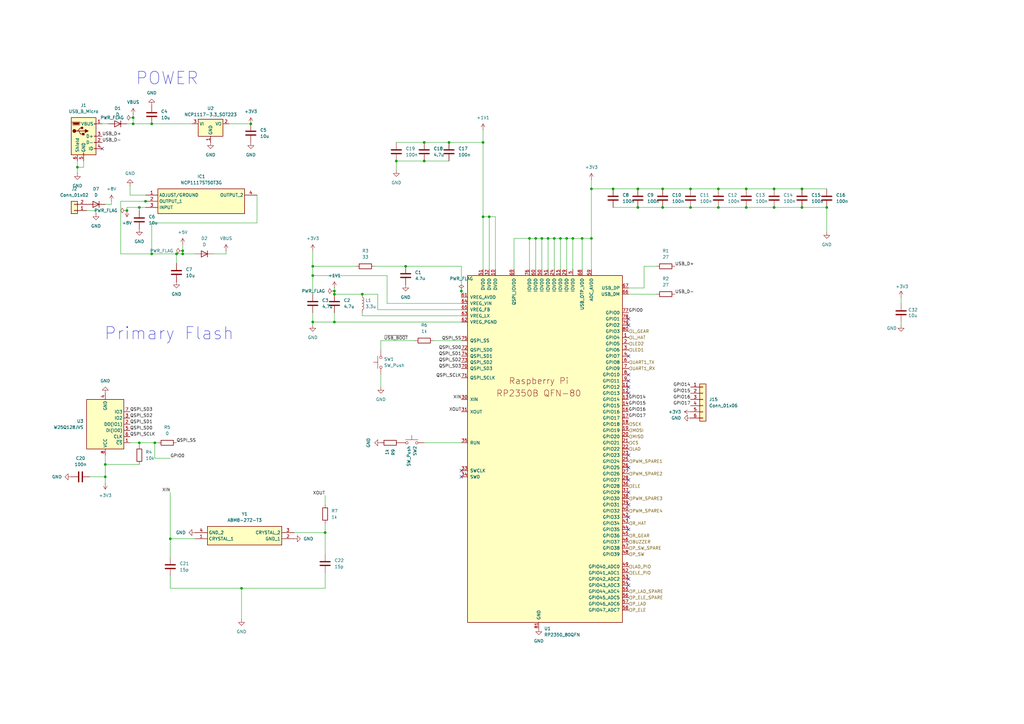
<source format=kicad_sch>
(kicad_sch (version 20231120) (generator "eeschema") (generator_version "8.0")
  (paper "A3")
  (lib_symbols
    (symbol "Connector:USB_B_Micro" (pin_names (offset 1.016))
      (property "Reference" "J" (at -5.08 11.43 0))
      (property "Value" "USB_B_Micro" (at -5.08 8.89 0))
      (symbol "USB_B_Micro_1_1"
        (pin power_out line (at 7.62 5.08 180) (length 2.54) (name "VBUS") (number "1"))
        (pin bidirectional line (at 7.62 -2.54 180) (length 2.54) (name "D-") (number "2"))
        (pin bidirectional line (at 7.62 0 180) (length 2.54) (name "D+") (number "3"))
        (pin passive line (at 7.62 -5.08 180) (length 2.54) (name "ID") (number "4"))
        (pin power_out line (at 0 -10.16 90) (length 2.54) (name "GND") (number "5"))
        (pin passive line (at -2.54 -10.16 90) (length 2.54) (name "Shield") (number "6"))
      )
    )
    (symbol "Connector_Generic:Conn_01x02" (pin_names (offset 1.016) hide)
      (property "Reference" "J" (at 0 2.54 0))
      (property "Value" "Conn_01x02" (at 0 -5.08 0))
      (symbol "Conn_01x02_1_1"
        (pin passive line (at -5.08 0 0) (length 3.81) (name "Pin_1") (number "1"))
        (pin passive line (at -5.08 -2.54 0) (length 3.81) (name "Pin_2") (number "2"))
      )
    )
    (symbol "Connector_Generic:Conn_01x06" (pin_names (offset 1.016) hide)
      (property "Reference" "J" (at 0 7.62 0))
      (property "Value" "Conn_01x06" (at 0 -10.16 0))
      (symbol "Conn_01x06_1_1"
        (pin passive line (at -5.08 5.08 0) (length 3.81) (name "Pin_1") (number "1"))
        (pin passive line (at -5.08 2.54 0) (length 3.81) (name "Pin_2") (number "2"))
        (pin passive line (at -5.08 0 0) (length 3.81) (name "Pin_3") (number "3"))
        (pin passive line (at -5.08 -2.54 0) (length 3.81) (name "Pin_4") (number "4"))
        (pin passive line (at -5.08 -5.08 0) (length 3.81) (name "Pin_5") (number "5"))
        (pin passive line (at -5.08 -7.62 0) (length 3.81) (name "Pin_6") (number "6"))
      )
    )
    (symbol "Device:C" (pin_numbers hide) (pin_names (offset 0.254))
      (property "Reference" "C" (at 0.635 2.54 0))
      (property "Value" "C" (at 0.635 -2.54 0))
      (symbol "C_1_1"
        (pin passive line (at 0 3.81 270) (length 2.794) (name "~") (number "1"))
        (pin passive line (at 0 -3.81 90) (length 2.794) (name "~") (number "2"))
      )
    )
    (symbol "Device:D" (pin_numbers hide) (pin_names (offset 1.016) hide)
      (property "Reference" "D" (at 0 2.54 0))
      (property "Value" "D" (at 0 -2.54 0))
      (symbol "D_1_1"
        (pin passive line (at -3.81 0 0) (length 2.54) (name "K") (number "1"))
        (pin passive line (at 3.81 0 180) (length 2.54) (name "A") (number "2"))
      )
    )
    (symbol "Device:L" (pin_numbers hide) (pin_names (offset 1.016) hide)
      (property "Reference" "L" (at -1.27 0 90))
      (property "Value" "L" (at 1.905 0 90))
      (symbol "L_1_1"
        (pin passive line (at 0 3.81 270) (length 1.27) (name "1") (number "1"))
        (pin passive line (at 0 -3.81 90) (length 1.27) (name "2") (number "2"))
      )
    )
    (symbol "Device:R" (pin_numbers hide) (pin_names (offset 0))
      (property "Reference" "R" (at 2.032 0 90))
      (property "Value" "R" (at 0 0 90))
      (symbol "R_1_1"
        (pin passive line (at 0 3.81 270) (length 1.27) (name "~") (number "1"))
        (pin passive line (at 0 -3.81 90) (length 1.27) (name "~") (number "2"))
      )
    )
    (symbol "MCU_RaspberryPi_RP2350:RP2350_80QFN" (pin_names (offset 1.016))
      (property "Reference" "U" (at -29.21 49.53 0))
      (property "Value" "RP2350_80QFN" (at 25.4 -96.52 0))
      (symbol "RP2350_80QFN_0_0"
        (text "Raspberry Pi" (at 0 5.08 0) (effects (font (size 2.54 2.54))))
      )
      (symbol "RP2350_80QFN_1_0"
        (text "RP2350B QFN-80" (at 0 0 0) (effects (font (size 2.54 2.54))))
      )
      (symbol "RP2350_80QFN_1_1"
        (pin bidirectional line (at 36.83 22.86 180) (length 2.54) (name "GPIO4") (number "1"))
        (pin power_in line (at -17.78 50.8 270) (length 2.54) (name "DVDD") (number "10"))
        (pin bidirectional line (at 36.83 2.54 180) (length 2.54) (name "GPIO12") (number "11"))
        (pin bidirectional line (at 36.83 0 180) (length 2.54) (name "GPIO13") (number "12"))
        (pin bidirectional line (at 36.83 -2.54 180) (length 2.54) (name "GPIO14") (number "13"))
        (pin bidirectional line (at 36.83 -5.08 180) (length 2.54) (name "GPIO15") (number "14"))
        (pin power_in line (at 8.89 50.8 270) (length 2.54) (name "IOVDD") (number "15"))
        (pin bidirectional line (at 36.83 -7.62 180) (length 2.54) (name "GPIO16") (number "16"))
        (pin bidirectional line (at 36.83 -10.16 180) (length 2.54) (name "GPIO17") (number "17"))
        (pin bidirectional line (at 36.83 -12.7 180) (length 2.54) (name "GPIO18") (number "18"))
        (pin bidirectional line (at 36.83 -15.24 180) (length 2.54) (name "GPIO19") (number "19"))
        (pin bidirectional line (at 36.83 20.32 180) (length 2.54) (name "GPIO5") (number "2"))
        (pin bidirectional line (at 36.83 -17.78 180) (length 2.54) (name "GPIO20") (number "20"))
        (pin bidirectional line (at 36.83 -20.32 180) (length 2.54) (name "GPIO21") (number "21"))
        (pin bidirectional line (at 36.83 -22.86 180) (length 2.54) (name "GPIO22") (number "22"))
        (pin bidirectional line (at 36.83 -25.4 180) (length 2.54) (name "GPIO23") (number "23"))
        (pin power_in line (at 6.35 50.8 270) (length 2.54) (name "IOVDD") (number "24"))
        (pin bidirectional line (at 36.83 -27.94 180) (length 2.54) (name "GPIO24") (number "25"))
        (pin bidirectional line (at 36.83 -30.48 180) (length 2.54) (name "GPIO25") (number "26"))
        (pin bidirectional line (at 36.83 -33.02 180) (length 2.54) (name "GPIO26") (number "27"))
        (pin bidirectional line (at 36.83 -35.56 180) (length 2.54) (name "GPIO27") (number "28"))
        (pin power_in line (at 11.43 50.8 270) (length 2.54) (name "IOVDD") (number "29"))
        (pin bidirectional line (at 36.83 17.78 180) (length 2.54) (name "GPIO6") (number "3"))
        (pin input line (at -31.75 -2.54 0) (length 2.54) (name "XIN") (number "30"))
        (pin passive line (at -31.75 -7.62 0) (length 2.54) (name "XOUT") (number "31"))
        (pin power_in line (at -20.32 50.8 270) (length 2.54) (name "DVDD") (number "32"))
        (pin output line (at -31.75 -31.75 0) (length 2.54) (name "SWCLK") (number "33"))
        (pin bidirectional line (at -31.75 -34.29 0) (length 2.54) (name "SWD") (number "34"))
        (pin input line (at -31.75 -20.32 0) (length 2.54) (name "RUN") (number "35"))
        (pin bidirectional line (at 36.83 -38.1 180) (length 2.54) (name "GPIO28") (number "36"))
        (pin bidirectional line (at 36.83 -40.64 180) (length 2.54) (name "GPIO29") (number "37"))
        (pin bidirectional line (at 36.83 -43.18 180) (length 2.54) (name "GPIO30") (number "38"))
        (pin bidirectional line (at 36.83 -45.72 180) (length 2.54) (name "GPIO31") (number "39"))
        (pin bidirectional line (at 36.83 15.24 180) (length 2.54) (name "GPIO7") (number "4"))
        (pin bidirectional line (at 36.83 -48.26 180) (length 2.54) (name "GPIO32") (number "40"))
        (pin power_in line (at 3.81 50.8 270) (length 2.54) (name "IOVDD") (number "41"))
        (pin bidirectional line (at 36.83 -50.8 180) (length 2.54) (name "GPIO33") (number "42"))
        (pin bidirectional line (at 36.83 -53.34 180) (length 2.54) (name "GPIO34") (number "43"))
        (pin bidirectional line (at 36.83 -55.88 180) (length 2.54) (name "GPIO35") (number "44"))
        (pin bidirectional line (at 36.83 -58.42 180) (length 2.54) (name "GPIO36") (number "45"))
        (pin bidirectional line (at 36.83 -60.96 180) (length 2.54) (name "GPIO37") (number "46"))
        (pin bidirectional line (at 36.83 -63.5 180) (length 2.54) (name "GPIO38") (number "47"))
        (pin bidirectional line (at 36.83 -66.04 180) (length 2.54) (name "GPIO39") (number "48"))
        (pin bidirectional line (at 36.83 -71.12 180) (length 2.54) (name "GPIO40_ADC0") (number "49"))
        (pin power_in line (at 13.97 50.8 270) (length 2.54) (name "IOVDD") (number "5"))
        (pin power_in line (at 1.27 50.8 270) (length 2.54) (name "IOVDD") (number "50"))
        (pin power_in line (at -22.86 50.8 270) (length 2.54) (name "DVDD") (number "51"))
        (pin bidirectional line (at 36.83 -73.66 180) (length 2.54) (name "GPIO41_ADC1") (number "52"))
        (pin bidirectional line (at 36.83 -76.2 180) (length 2.54) (name "GPIO42_ADC2") (number "53"))
        (pin bidirectional line (at 36.83 -78.74 180) (length 2.54) (name "GPIO43_ADC3") (number "54"))
        (pin bidirectional line (at 36.83 -81.28 180) (length 2.54) (name "GPIO44_ADC4") (number "55"))
        (pin bidirectional line (at 36.83 -83.82 180) (length 2.54) (name "GPIO45_ADC5") (number "56"))
        (pin bidirectional line (at 36.83 -86.36 180) (length 2.54) (name "GPIO46_ADC6") (number "57"))
        (pin bidirectional line (at 36.83 -88.9 180) (length 2.54) (name "GPIO47_ADC7") (number "58"))
        (pin power_in line (at 21.59 50.8 270) (length 2.54) (name "ADC_AVDD") (number "59"))
        (pin bidirectional line (at 36.83 12.7 180) (length 2.54) (name "GPIO8") (number "6"))
        (pin power_in line (at -1.27 50.8 270) (length 2.54) (name "IOVDD") (number "60"))
        (pin power_in line (at -31.75 39.37 0) (length 2.54) (name "VREG_AVDD") (number "61"))
        (pin power_in line (at -31.75 29.21 0) (length 2.54) (name "VREG_PGND") (number "62"))
        (pin power_out line (at -31.75 31.75 0) (length 2.54) (name "VREG_LX") (number "63"))
        (pin power_in line (at -31.75 36.83 0) (length 2.54) (name "VREG_VIN") (number "64"))
        (pin input line (at -31.75 34.29 0) (length 2.54) (name "VREG_FB") (number "65"))
        (pin bidirectional line (at 36.83 40.64 180) (length 2.54) (name "USB_DM") (number "66"))
        (pin bidirectional line (at 36.83 43.18 180) (length 2.54) (name "USB_DP") (number "67"))
        (pin power_in line (at 17.78 50.8 270) (length 2.54) (name "USB_OTP_VDD") (number "68"))
        (pin power_in line (at -10.16 50.8 270) (length 2.54) (name "QSPI_IOVDD") (number "69"))
        (pin bidirectional line (at 36.83 10.16 180) (length 2.54) (name "GPIO9") (number "7"))
        (pin bidirectional line (at -31.75 10.16 0) (length 2.54) (name "QSPI_SD3") (number "70"))
        (pin output line (at -31.75 6.35 0) (length 2.54) (name "QSPI_SCLK") (number "71"))
        (pin bidirectional line (at -31.75 17.78 0) (length 2.54) (name "QSPI_SD0") (number "72"))
        (pin bidirectional line (at -31.75 12.7 0) (length 2.54) (name "QSPI_SD2") (number "73"))
        (pin bidirectional line (at -31.75 15.24 0) (length 2.54) (name "QSPI_SD1") (number "74"))
        (pin bidirectional line (at -31.75 21.59 0) (length 2.54) (name "QSPI_SS") (number "75"))
        (pin power_in line (at -3.81 50.8 270) (length 2.54) (name "IOVDD") (number "76"))
        (pin bidirectional line (at 36.83 33.02 180) (length 2.54) (name "GPIO0") (number "77"))
        (pin bidirectional line (at 36.83 30.48 180) (length 2.54) (name "GPIO1") (number "78"))
        (pin bidirectional line (at 36.83 27.94 180) (length 2.54) (name "GPIO2") (number "79"))
        (pin bidirectional line (at 36.83 7.62 180) (length 2.54) (name "GPIO10") (number "8"))
        (pin bidirectional line (at 36.83 25.4 180) (length 2.54) (name "GPIO3") (number "80"))
        (pin power_in line (at 0 -96.52 90) (length 2.54) (name "GND") (number "81"))
        (pin bidirectional line (at 36.83 5.08 180) (length 2.54) (name "GPIO11") (number "9"))
      )
    )
    (symbol "Memory_Flash:W25Q128JVS"
      (property "Reference" "U" (at -8.89 8.89 0))
      (property "Value" "W25Q128JVS" (at 7.62 8.89 0))
      (symbol "W25Q128JVS_1_1"
        (pin input line (at -10.16 7.62 0) (length 2.54) (name "~{CS}") (number "1"))
        (pin bidirectional line (at -10.16 0 0) (length 2.54) (name "DO(IO1)") (number "2"))
        (pin bidirectional line (at -10.16 -2.54 0) (length 2.54) (name "IO2") (number "3"))
        (pin power_in line (at 0 -12.7 90) (length 2.54) (name "GND") (number "4"))
        (pin bidirectional line (at -10.16 2.54 0) (length 2.54) (name "DI(IO0)") (number "5"))
        (pin input line (at -10.16 5.08 0) (length 2.54) (name "CLK") (number "6"))
        (pin bidirectional line (at -10.16 -5.08 0) (length 2.54) (name "IO3") (number "7"))
        (pin power_in line (at 0 12.7 270) (length 2.54) (name "VCC") (number "8"))
      )
    )
    (symbol "Regulator_Linear:NCP1117-3.3_SOT223"
      (property "Reference" "U" (at -3.81 3.175 0))
      (property "Value" "NCP1117-3.3_SOT223" (at 0 3.175 0))
      (symbol "NCP1117-3.3_SOT223_1_1"
        (pin power_in line (at 0 -7.62 90) (length 2.54) (name "GND") (number "1"))
        (pin power_out line (at 7.62 0 180) (length 2.54) (name "VO") (number "2"))
        (pin power_in line (at -7.62 0 0) (length 2.54) (name "VI") (number "3"))
      )
    )
    (symbol "SamacSys_Parts:ABM8-272-T3"
      (property "Reference" "Y" (at 36.83 7.62 0))
      (property "Value" "ABM8-272-T3" (at 36.83 5.08 0))
      (symbol "ABM8-272-T3_1_1"
        (pin passive line (at 0 -2.54 0) (length 5.08) (name "CRYSTAL_1") (number "1"))
        (pin passive line (at 40.64 -2.54 180) (length 5.08) (name "GND_1") (number "2"))
        (pin passive line (at 40.64 0 180) (length 5.08) (name "CRYSTAL_2") (number "3"))
        (pin passive line (at 0 0 0) (length 5.08) (name "GND_2") (number "4"))
      )
    )
    (symbol "SamacSys_Parts:NCP1117ST50T3G"
      (property "Reference" "IC" (at 41.91 7.62 0))
      (property "Value" "NCP1117ST50T3G" (at 41.91 5.08 0))
      (symbol "NCP1117ST50T3G_1_1"
        (pin passive line (at 0 0 0) (length 5.08) (name "ADJUST/GROUND") (number "1"))
        (pin passive line (at 0 -2.54 0) (length 5.08) (name "OUTPUT_1") (number "2"))
        (pin passive line (at 0 -5.08 0) (length 5.08) (name "INPUT") (number "3"))
        (pin passive line (at 45.72 0 180) (length 5.08) (name "OUTPUT_2") (number "4"))
      )
    )
    (symbol "Switch:SW_Push" (pin_numbers hide) (pin_names (offset 1.016) hide)
      (property "Reference" "SW" (at 1.27 2.54 0))
      (property "Value" "SW_Push" (at 0 -1.524 0))
      (symbol "SW_Push_0_1"
        (pin passive line (at -5.08 0 0) (length 2.54) (name "1") (number "1"))
        (pin passive line (at 5.08 0 180) (length 2.54) (name "2") (number "2"))
      )
    )
    (symbol "power:+1V1" (power) (pin_numbers hide) (pin_names (offset 0) hide)
      (property "Value" "+1V1" (at 0 3.556 0))
      (symbol "+1V1_1_1"
        (pin power_in line (at 0 0 90) (length 0) (name "~") (number "1"))
      )
    )
    (symbol "power:+3V3" (power) (pin_numbers hide) (pin_names (offset 0) hide)
      (property "Value" "+3V3" (at 0 3.556 0))
      (symbol "+3V3_1_1"
        (pin power_in line (at 0 0 90) (length 0) (name "~") (number "1"))
      )
    )
    (symbol "power:+5V" (power) (pin_numbers hide) (pin_names (offset 0) hide)
      (property "Value" "+5V" (at 0 3.556 0))
      (symbol "+5V_1_1"
        (pin power_in line (at 0 0 90) (length 0) (name "~") (number "1"))
      )
    )
    (symbol "power:+8V" (power) (pin_numbers hide) (pin_names (offset 0) hide)
      (property "Value" "+8V" (at 0 3.556 0))
      (symbol "+8V_1_1"
        (pin power_in line (at 0 0 90) (length 0) (name "~") (number "1"))
      )
    )
    (symbol "power:GND" (power) (pin_numbers hide) (pin_names (offset 0) hide)
      (property "Value" "GND" (at 0 -3.81 0))
      (symbol "GND_1_1"
        (pin power_in line (at 0 0 270) (length 0) (name "~") (number "1"))
      )
    )
    (symbol "power:PWR_FLAG" (power) (pin_numbers hide) (pin_names (offset 0) hide)
      (property "Value" "PWR_FLAG" (at 0 3.81 0))
      (symbol "PWR_FLAG_0_0"
        (pin power_out line (at 0 0 90) (length 0) (name "~") (number "1"))
      )
    )
    (symbol "power:VBUS" (power) (pin_numbers hide) (pin_names (offset 0) hide)
      (property "Value" "VBUS" (at 0 3.556 0))
      (symbol "VBUS_1_1"
        (pin power_in line (at 0 0 90) (length 0) (name "~") (number "1"))
      )
    )
  )
  (junction (at 283.21 77.47))
  (junction (at 222.25 97.79))
  (junction (at 283.21 85.09))
  (junction (at 62.23 104.14))
  (junction (at 198.12 88.9))
  (junction (at 43.18 195.58))
  (junction (at 43.18 190.5))
  (junction (at 217.17 97.79))
  (junction (at 173.99 66.04))
  (junction (at 184.15 58.42))
  (junction (at 339.09 85.09))
  (junction (at 294.64 85.09))
  (junction (at 251.46 77.47))
  (junction (at 137.16 119.38))
  (junction (at 52.07 86.36))
  (junction (at 242.57 97.79))
  (junction (at 232.41 97.79))
  (junction (at 261.62 77.47))
  (junction (at 102.87 50.8))
  (junction (at 137.16 120.65))
  (junction (at 99.06 241.3))
  (junction (at 74.93 102.87))
  (junction (at 69.85 220.98))
  (junction (at 219.71 97.79))
  (junction (at 128.27 113.03))
  (junction (at 271.78 77.47))
  (junction (at 271.78 85.09))
  (junction (at 294.64 77.47))
  (junction (at 148.59 120.65))
  (junction (at 306.07 85.09))
  (junction (at 162.56 66.04))
  (junction (at 234.95 97.79))
  (junction (at 57.15 181.61))
  (junction (at 317.5 85.09))
  (junction (at 137.16 132.08))
  (junction (at 57.15 85.09))
  (junction (at 166.37 109.22))
  (junction (at 198.12 58.42))
  (junction (at 128.27 132.08))
  (junction (at 31.75 68.58))
  (junction (at 306.07 77.47))
  (junction (at 173.99 58.42))
  (junction (at 74.93 104.14))
  (junction (at 227.33 97.79))
  (junction (at 224.79 97.79))
  (junction (at 72.39 104.14))
  (junction (at 200.66 88.9))
  (junction (at 189.23 119.38))
  (junction (at 54.61 50.8))
  (junction (at 54.61 48.26))
  (junction (at 328.93 77.47))
  (junction (at 229.87 97.79))
  (junction (at 328.93 85.09))
  (junction (at 238.76 97.79))
  (junction (at 242.57 77.47))
  (junction (at 128.27 109.22))
  (junction (at 133.35 218.44))
  (junction (at 63.5 181.61))
  (junction (at 261.62 85.09))
  (junction (at 59.69 82.55))
  (junction (at 317.5 77.47))
  (junction (at 62.23 50.8))
  (no_connect (at 257.81 212.09))
  (no_connect (at 257.81 207.01))
  (no_connect (at 257.81 196.85))
  (no_connect (at 257.81 240.03))
  (no_connect (at 189.23 193.04))
  (no_connect (at 257.81 130.81))
  (no_connect (at 257.81 201.93))
  (no_connect (at 257.81 217.17))
  (no_connect (at 257.81 156.21))
  (no_connect (at 41.91 60.96))
  (no_connect (at 257.81 191.77))
  (no_connect (at 257.81 237.49))
  (no_connect (at 189.23 195.58))
  (no_connect (at 257.81 133.35))
  (no_connect (at 257.81 158.75))
  (no_connect (at 257.81 186.69))
  (no_connect (at 257.81 161.29))
  (no_connect (at 257.81 146.05))
  (no_connect (at 257.81 153.67))
  (wire (pts (xy 242.57 73.66) (xy 242.57 77.47)))
  (wire (pts (xy 59.69 85.09) (xy 57.15 85.09)))
  (wire (pts (xy 49.53 104.14) (xy 62.23 104.14)))
  (wire (pts (xy 229.87 97.79) (xy 232.41 97.79)))
  (wire (pts (xy 162.56 66.04) (xy 173.99 66.04)))
  (wire (pts (xy 63.5 187.96) (xy 69.85 187.96)))
  (wire (pts (xy 158.75 124.46) (xy 158.75 113.03)))
  (wire (pts (xy 137.16 132.08) (xy 189.23 132.08)))
  (wire (pts (xy 328.93 77.47) (xy 339.09 77.47)))
  (wire (pts (xy 54.61 48.26) (xy 54.61 50.8)))
  (wire (pts (xy 137.16 132.08) (xy 128.27 132.08)))
  (wire (pts (xy 184.15 58.42) (xy 198.12 58.42)))
  (wire (pts (xy 264.16 109.22) (xy 269.24 109.22)))
  (wire (pts (xy 156.21 153.67) (xy 156.21 158.75)))
  (wire (pts (xy 306.07 77.47) (xy 317.5 77.47)))
  (wire (pts (xy 200.66 88.9) (xy 198.12 88.9)))
  (wire (pts (xy 170.18 139.7) (xy 156.21 139.7)))
  (wire (pts (xy 261.62 77.47) (xy 271.78 77.47)))
  (wire (pts (xy 257.81 118.11) (xy 264.16 118.11)))
  (wire (pts (xy 62.23 104.14) (xy 72.39 104.14)))
  (wire (pts (xy 222.25 97.79) (xy 222.25 110.49)))
  (wire (pts (xy 128.27 113.03) (xy 128.27 109.22)))
  (wire (pts (xy 242.57 77.47) (xy 242.57 97.79)))
  (wire (pts (xy 203.2 110.49) (xy 203.2 88.9)))
  (wire (pts (xy 189.23 109.22) (xy 166.37 109.22)))
  (wire (pts (xy 210.82 110.49) (xy 210.82 97.79)))
  (wire (pts (xy 369.57 121.92) (xy 369.57 124.46)))
  (wire (pts (xy 63.5 181.61) (xy 64.77 181.61)))
  (wire (pts (xy 162.56 66.04) (xy 162.56 69.85)))
  (wire (pts (xy 217.17 97.79) (xy 219.71 97.79)))
  (wire (pts (xy 234.95 97.79) (xy 238.76 97.79)))
  (wire (pts (xy 317.5 85.09) (xy 328.93 85.09)))
  (wire (pts (xy 200.66 88.9) (xy 200.66 110.49)))
  (wire (pts (xy 133.35 203.2) (xy 133.35 207.01)))
  (wire (pts (xy 54.61 50.8) (xy 62.23 50.8)))
  (wire (pts (xy 128.27 120.65) (xy 128.27 113.03)))
  (wire (pts (xy 105.41 91.44) (xy 62.23 91.44)))
  (wire (pts (xy 34.29 66.04) (xy 34.29 68.58)))
  (wire (pts (xy 59.69 80.01) (xy 53.34 80.01)))
  (wire (pts (xy 261.62 85.09) (xy 271.78 85.09)))
  (wire (pts (xy 43.18 190.5) (xy 57.15 190.5)))
  (wire (pts (xy 35.56 86.36) (xy 39.37 86.36)))
  (wire (pts (xy 224.79 97.79) (xy 224.79 110.49)))
  (wire (pts (xy 31.75 66.04) (xy 31.75 68.58)))
  (wire (pts (xy 87.63 104.14) (xy 92.71 104.14)))
  (wire (pts (xy 49.53 82.55) (xy 49.53 104.14)))
  (wire (pts (xy 137.16 128.27) (xy 137.16 132.08)))
  (wire (pts (xy 224.79 97.79) (xy 227.33 97.79)))
  (wire (pts (xy 189.23 124.46) (xy 158.75 124.46)))
  (wire (pts (xy 294.64 85.09) (xy 306.07 85.09)))
  (wire (pts (xy 53.34 181.61) (xy 57.15 181.61)))
  (wire (pts (xy 45.72 83.82) (xy 45.72 82.55)))
  (wire (pts (xy 43.18 190.5) (xy 43.18 195.58)))
  (wire (pts (xy 173.99 66.04) (xy 184.15 66.04)))
  (wire (pts (xy 74.93 102.87) (xy 74.93 104.14)))
  (wire (pts (xy 54.61 46.99) (xy 54.61 48.26)))
  (wire (pts (xy 92.71 104.14) (xy 92.71 102.87)))
  (wire (pts (xy 128.27 113.03) (xy 158.75 113.03)))
  (wire (pts (xy 189.23 129.54) (xy 148.59 129.54)))
  (wire (pts (xy 283.21 77.47) (xy 294.64 77.47)))
  (wire (pts (xy 72.39 104.14) (xy 72.39 107.95)))
  (wire (pts (xy 242.57 97.79) (xy 242.57 110.49)))
  (wire (pts (xy 62.23 91.44) (xy 62.23 104.14)))
  (wire (pts (xy 128.27 128.27) (xy 128.27 132.08)))
  (wire (pts (xy 41.91 50.8) (xy 44.45 50.8)))
  (wire (pts (xy 154.94 120.65) (xy 148.59 120.65)))
  (wire (pts (xy 177.8 139.7) (xy 189.23 139.7)))
  (wire (pts (xy 52.07 85.09) (xy 52.07 86.36)))
  (wire (pts (xy 57.15 85.09) (xy 57.15 86.36)))
  (wire (pts (xy 120.65 218.44) (xy 133.35 218.44)))
  (wire (pts (xy 238.76 97.79) (xy 242.57 97.79)))
  (wire (pts (xy 74.93 104.14) (xy 80.01 104.14)))
  (wire (pts (xy 99.06 241.3) (xy 99.06 254)))
  (wire (pts (xy 210.82 97.79) (xy 217.17 97.79)))
  (wire (pts (xy 93.98 50.8) (xy 102.87 50.8)))
  (wire (pts (xy 137.16 119.38) (xy 137.16 120.65)))
  (wire (pts (xy 227.33 97.79) (xy 229.87 97.79)))
  (wire (pts (xy 219.71 97.79) (xy 222.25 97.79)))
  (wire (pts (xy 229.87 97.79) (xy 229.87 110.49)))
  (wire (pts (xy 271.78 85.09) (xy 283.21 85.09)))
  (wire (pts (xy 154.94 127) (xy 154.94 120.65)))
  (wire (pts (xy 222.25 97.79) (xy 224.79 97.79)))
  (wire (pts (xy 234.95 97.79) (xy 234.95 110.49)))
  (wire (pts (xy 63.5 181.61) (xy 63.5 187.96)))
  (wire (pts (xy 219.71 97.79) (xy 219.71 110.49)))
  (wire (pts (xy 53.34 80.01) (xy 53.34 76.2)))
  (wire (pts (xy 369.57 132.08) (xy 369.57 133.35)))
  (wire (pts (xy 59.69 82.55) (xy 49.53 82.55)))
  (wire (pts (xy 57.15 181.61) (xy 57.15 182.88)))
  (wire (pts (xy 162.56 58.42) (xy 173.99 58.42)))
  (wire (pts (xy 271.78 77.47) (xy 283.21 77.47)))
  (wire (pts (xy 283.21 85.09) (xy 294.64 85.09)))
  (wire (pts (xy 306.07 85.09) (xy 317.5 85.09)))
  (wire (pts (xy 242.57 77.47) (xy 251.46 77.47)))
  (wire (pts (xy 232.41 97.79) (xy 234.95 97.79)))
  (wire (pts (xy 198.12 53.34) (xy 198.12 58.42)))
  (wire (pts (xy 137.16 118.11) (xy 137.16 119.38)))
  (wire (pts (xy 189.23 127) (xy 154.94 127)))
  (wire (pts (xy 146.05 109.22) (xy 128.27 109.22)))
  (wire (pts (xy 198.12 88.9) (xy 198.12 110.49)))
  (wire (pts (xy 317.5 77.47) (xy 328.93 77.47)))
  (wire (pts (xy 227.33 97.79) (xy 227.33 110.49)))
  (wire (pts (xy 189.23 119.38) (xy 189.23 109.22)))
  (wire (pts (xy 133.35 234.95) (xy 133.35 241.3)))
  (wire (pts (xy 328.93 85.09) (xy 339.09 85.09)))
  (wire (pts (xy 69.85 236.22) (xy 69.85 241.3)))
  (wire (pts (xy 43.18 186.69) (xy 43.18 190.5)))
  (wire (pts (xy 128.27 132.08) (xy 128.27 133.35)))
  (wire (pts (xy 69.85 220.98) (xy 69.85 228.6)))
  (wire (pts (xy 43.18 83.82) (xy 45.72 83.82)))
  (wire (pts (xy 148.59 129.54) (xy 148.59 128.27)))
  (wire (pts (xy 264.16 118.11) (xy 264.16 109.22)))
  (wire (pts (xy 198.12 58.42) (xy 198.12 88.9)))
  (wire (pts (xy 43.18 195.58) (xy 43.18 198.12)))
  (wire (pts (xy 52.07 50.8) (xy 54.61 50.8)))
  (wire (pts (xy 232.41 97.79) (xy 232.41 110.49)))
  (wire (pts (xy 238.76 97.79) (xy 238.76 110.49)))
  (wire (pts (xy 69.85 241.3) (xy 99.06 241.3)))
  (wire (pts (xy 189.23 121.92) (xy 189.23 119.38)))
  (wire (pts (xy 203.2 88.9) (xy 200.66 88.9)))
  (wire (pts (xy 294.64 77.47) (xy 306.07 77.47)))
  (wire (pts (xy 251.46 85.09) (xy 261.62 85.09)))
  (wire (pts (xy 69.85 201.93) (xy 69.85 220.98)))
  (wire (pts (xy 31.75 68.58) (xy 31.75 71.12)))
  (wire (pts (xy 173.99 58.42) (xy 184.15 58.42)))
  (wire (pts (xy 133.35 214.63) (xy 133.35 218.44)))
  (wire (pts (xy 148.59 120.65) (xy 137.16 120.65)))
  (wire (pts (xy 217.17 97.79) (xy 217.17 110.49)))
  (wire (pts (xy 39.37 86.36) (xy 39.37 87.63)))
  (wire (pts (xy 133.35 218.44) (xy 133.35 227.33)))
  (wire (pts (xy 57.15 181.61) (xy 63.5 181.61)))
  (wire (pts (xy 36.83 195.58) (xy 43.18 195.58)))
  (wire (pts (xy 57.15 85.09) (xy 52.07 85.09)))
  (wire (pts (xy 189.23 181.61) (xy 173.99 181.61)))
  (wire (pts (xy 60.96 82.55) (xy 59.69 82.55)))
  (wire (pts (xy 99.06 241.3) (xy 133.35 241.3)))
  (wire (pts (xy 339.09 85.09) (xy 339.09 95.25)))
  (wire (pts (xy 34.29 68.58) (xy 31.75 68.58)))
  (wire (pts (xy 156.21 139.7) (xy 156.21 143.51)))
  (wire (pts (xy 166.37 109.22) (xy 153.67 109.22)))
  (wire (pts (xy 69.85 220.98) (xy 80.01 220.98)))
  (wire (pts (xy 257.81 120.65) (xy 269.24 120.65)))
  (wire (pts (xy 128.27 109.22) (xy 128.27 102.87)))
  (wire (pts (xy 105.41 80.01) (xy 105.41 91.44)))
  (wire (pts (xy 74.93 100.33) (xy 74.93 102.87)))
  (wire (pts (xy 251.46 77.47) (xy 261.62 77.47)))
  (wire (pts (xy 72.39 104.14) (xy 74.93 104.14)))
  (wire (pts (xy 62.23 50.8) (xy 78.74 50.8)))
  (text "POWER" (at 68.58 32.258 0) (effects (font (size 5.08 5.08))))
  (text "Primary Flash" (at 69.342 136.906 0) (effects (font (size 5.08 5.08))))
  (label "USB_D-" (at 41.91 58.42 0))
  (label "GPIO15" (at 257.81 166.37 0))
  (label "GPIO15" (at 283.21 161.29 180))
  (label "~{USB_BOOT}" (at 157.48 139.7 0))
  (label "GPIO16" (at 283.21 163.83 180))
  (label "XIN" (at 189.23 163.83 180))
  (label "QSPI_SCLK" (at 53.34 179.07 0))
  (label "QSPI_SS" (at 72.39 181.61 0))
  (label "QSPI_SCLK" (at 189.23 154.94 180))
  (label "QSPI_SD2" (at 189.23 148.59 180))
  (label "QSPI_SD0" (at 53.34 176.53 0))
  (label "QSPI_SS" (at 189.23 139.7 180))
  (label "USB_D+" (at 276.86 109.22 0))
  (label "XOUT" (at 189.23 168.91 180))
  (label "QSPI_SD3" (at 53.34 168.91 0))
  (label "XIN" (at 69.85 201.93 180))
  (label "GPIO17" (at 283.21 166.37 180))
  (label "GPIO0" (at 69.85 187.96 0))
  (label "GPIO16" (at 257.81 168.91 0))
  (label "XOUT" (at 133.35 203.2 180))
  (label "QSPI_SD1" (at 53.34 173.99 0))
  (label "GPIO0" (at 257.81 128.27 0))
  (label "GPIO17" (at 257.81 171.45 0))
  (label "QSPI_SD0" (at 189.23 143.51 180))
  (label "USB_D-" (at 276.86 120.65 0))
  (label "QSPI_SD2" (at 53.34 171.45 0))
  (label "GPIO14" (at 283.21 158.75 180))
  (label "USB_D+" (at 41.91 55.88 0))
  (label "QSPI_SD1" (at 189.23 146.05 180))
  (label "QSPI_SD3" (at 189.23 151.13 180))
  (label "GPIO14" (at 257.81 163.83 0))
  (hierarchical_label "MOSI" (shape input) (at 257.81 176.53 0))
  (hierarchical_label "UART1_RX" (shape input) (at 257.81 151.13 0))
  (hierarchical_label "P_LAD_SPARE" (shape input) (at 257.81 242.57 0))
  (hierarchical_label "L_HAT" (shape input) (at 257.81 138.43 0))
  (hierarchical_label "PWM_SPARE1" (shape input) (at 257.81 189.23 0))
  (hierarchical_label "LED2" (shape input) (at 257.81 140.97 0))
  (hierarchical_label "P_ELE_SPARE" (shape input) (at 257.81 245.11 0))
  (hierarchical_label "P_LAD" (shape input) (at 257.81 247.65 0))
  (hierarchical_label "ELE_PIO" (shape input) (at 257.81 234.95 0))
  (hierarchical_label "P_SW_SPARE" (shape input) (at 257.81 224.79 0))
  (hierarchical_label "P_ELE" (shape input) (at 257.81 250.19 0))
  (hierarchical_label "LAD_PIO" (shape input) (at 257.81 232.41 0))
  (hierarchical_label "ELE" (shape input) (at 257.81 199.39 0))
  (hierarchical_label "PWM_SPARE3" (shape input) (at 257.81 204.47 0))
  (hierarchical_label "R_HAT" (shape input) (at 257.81 214.63 0))
  (hierarchical_label "L_GEAR" (shape input) (at 257.81 135.89 0))
  (hierarchical_label "BUZZER" (shape input) (at 257.81 222.25 0))
  (hierarchical_label "R_GEAR" (shape input) (at 257.81 219.71 0))
  (hierarchical_label "PWM_SPARE2" (shape input) (at 257.81 194.31 0))
  (hierarchical_label "P_SW" (shape input) (at 257.81 227.33 0))
  (hierarchical_label "LAD" (shape input) (at 257.81 184.15 0))
  (hierarchical_label "CS" (shape input) (at 257.81 181.61 0))
  (hierarchical_label "PWM_SPARE4" (shape input) (at 257.81 209.55 0))
  (hierarchical_label "SCK" (shape input) (at 257.81 173.99 0))
  (hierarchical_label "LED1" (shape input) (at 257.81 143.51 0))
  (hierarchical_label "MISO" (shape input) (at 257.81 179.07 0))
  (hierarchical_label "UART1_TX" (shape input) (at 257.81 148.59 0))
  (symbol (lib_id "Device:C") (at 162.56 62.23 0) (unit 1)
    (property "Reference" "C19" (at 166.37 60.9599 0) (effects (justify left)))
    (property "Value" "100n" (at 166.37 63.4999 0) (effects (justify left)))
    (property "Footprint" "Capacitor_SMD:C_0402_1005Metric" (effects (hide yes)))
    (property "Description" "Unpolarized capacitor" (effects (hide yes)))
  )
  (symbol (lib_id "Device:C") (at 33.02 195.58 90) (unit 1)
    (property "Reference" "C20" (at 33.02 187.96 90))
    (property "Value" "100n" (at 33.02 190.5 90))
    (property "Footprint" "Capacitor_SMD:C_0402_1005Metric" (effects (hide yes)))
    (property "Description" "Unpolarized capacitor" (effects (hide yes)))
  )
  (symbol (lib_id "Device:C") (at 251.46 81.28 0) (unit 1)
    (property "Reference" "C8" (at 255.27 80.0099 0) (effects (justify left)))
    (property "Value" "100n" (at 255.27 82.5499 0) (effects (justify left)))
    (property "Footprint" "Capacitor_SMD:C_0402_1005Metric" (effects (hide yes)))
    (property "Description" "Unpolarized capacitor" (effects (hide yes)))
  )
  (symbol (lib_id "Device:C") (at 72.39 111.76 0) (unit 1)
    (property "Reference" "C7" (at 76.2 110.4899 0) (effects (justify left)))
    (property "Value" "10u" (at 76.2 113.0299 0) (effects (justify left)))
    (property "Footprint" "Capacitor_SMD:C_0805_2012Metric" (effects (hide yes)))
    (property "Description" "Unpolarized capacitor" (effects (hide yes)))
  )
  (symbol (lib_id "Device:C") (at 283.21 81.28 0) (unit 1)
    (property "Reference" "C11" (at 287.02 80.0099 0) (effects (justify left)))
    (property "Value" "100n" (at 287.02 82.5499 0) (effects (justify left)))
    (property "Footprint" "Capacitor_SMD:C_0402_1005Metric" (effects (hide yes)))
    (property "Description" "Unpolarized capacitor" (effects (hide yes)))
  )
  (symbol (lib_id "power:GND") (at 102.87 58.42 0) (unit 1)
    (property "Reference" "#PWR09" (effects (hide yes)))
    (property "Value" "GND" (at 102.87 63.5 0))
    (property "Description" "Power symbol creates a global label with name \"GND\" , ground" (effects (hide yes)))
  )
  (symbol (lib_id "Device:D") (at 39.37 83.82 180) (unit 1)
    (property "Reference" "D7" (at 39.37 77.47 0))
    (property "Value" "D" (at 39.37 80.01 0))
    (property "Footprint" "Diode_THT:D_P600_R-6_P7.62mm_Vertical_AnodeUp" (effects (hide yes)))
    (property "Description" "Diode" (effects (hide yes)))
    (property "Sim.Device" "D" (effects (hide yes)))
    (property "Sim.Pins" "1=K 2=A" (effects (hide yes)))
  )
  (symbol (lib_id "power:GND") (at 162.56 69.85 0) (unit 1)
    (property "Reference" "#PWR022" (effects (hide yes)))
    (property "Value" "GND" (at 162.56 74.93 0))
    (property "Description" "Power symbol creates a global label with name \"GND\" , ground" (effects (hide yes)))
  )
  (symbol (lib_id "Device:C") (at 339.09 81.28 0) (unit 1)
    (property "Reference" "C16" (at 342.9 80.0099 0) (effects (justify left)))
    (property "Value" "100n" (at 342.9 82.5499 0) (effects (justify left)))
    (property "Footprint" "Capacitor_SMD:C_0402_1005Metric" (effects (hide yes)))
    (property "Description" "Unpolarized capacitor" (effects (hide yes)))
  )
  (symbol (lib_id "Device:R") (at 57.15 186.69 0) (unit 1)
    (property "Reference" "R4" (at 59.69 185.4199 0) (effects (justify left)))
    (property "Value" "10k" (at 59.69 187.9599 0) (effects (justify left)))
    (property "Footprint" "Capacitor_SMD:C_0402_1005Metric" (effects (hide yes)))
    (property "Description" "Resistor" (effects (hide yes)))
  )
  (symbol (lib_id "power:GND") (at 339.09 95.25 0) (unit 1)
    (property "Reference" "#PWR020" (effects (hide yes)))
    (property "Value" "GND" (at 339.09 100.33 0))
    (property "Description" "Power symbol creates a global label with name \"GND\" , ground" (effects (hide yes)))
  )
  (symbol (lib_id "Device:D") (at 83.82 104.14 180) (unit 1)
    (property "Reference" "D2" (at 83.82 97.79 0))
    (property "Value" "D" (at 83.82 100.33 0))
    (property "Footprint" "Diode_SMD:D_SMA" (effects (hide yes)))
    (property "Description" "Diode" (effects (hide yes)))
    (property "Sim.Device" "D" (effects (hide yes)))
    (property "Sim.Pins" "1=K 2=A" (effects (hide yes)))
  )
  (symbol (lib_id "power:GND") (at 80.01 218.44 270) (unit 1)
    (property "Reference" "#PWR027" (effects (hide yes)))
    (property "Value" "GND" (at 76.2 218.4399 90) (effects (justify right)))
    (property "Description" "Power symbol creates a global label with name \"GND\" , ground" (effects (hide yes)))
  )
  (symbol (lib_id "power:+8V") (at 45.72 82.55 0) (unit 1)
    (property "Reference" "#PWR011" (effects (hide yes)))
    (property "Value" "+8V" (at 45.72 77.47 0))
    (property "Description" "Power symbol creates a global label with name \"+8V\"" (effects (hide yes)))
  )
  (symbol (lib_id "power:GND") (at 99.06 254 0) (unit 1)
    (property "Reference" "#PWR029" (effects (hide yes)))
    (property "Value" "GND" (at 99.06 259.08 0))
    (property "Description" "Power symbol creates a global label with name \"GND\" , ground" (effects (hide yes)))
  )
  (symbol (lib_id "Switch:SW_Push") (at 168.91 181.61 0) (unit 1)
    (property "Reference" "SW2" (at 170.1801 182.88 90) (effects (justify right)))
    (property "Value" "SW_Push" (at 167.6401 182.88 90) (effects (justify right)))
    (property "Footprint" "Button_Switch_SMD:SW_Push_1P1T_NO_Vertical_Wuerth_434133025816" (effects (hide yes)))
    (property "Description" "Push button switch, generic, two pins" (effects (hide yes)))
  )
  (symbol (lib_id "power:+3V3") (at 242.57 73.66 0) (unit 1)
    (property "Reference" "#PWR019" (effects (hide yes)))
    (property "Value" "+3V3" (at 242.57 68.58 0))
    (property "Description" "Power symbol creates a global label with name \"+3V3\"" (effects (hide yes)))
  )
  (symbol (lib_id "Device:C") (at 369.57 128.27 0) (unit 1)
    (property "Reference" "C32" (at 372.491 127.1016 0) (effects (justify left)))
    (property "Value" "10u" (at 372.491 129.413 0) (effects (justify left)))
    (property "Footprint" "Capacitor_SMD:C_0805_2012Metric" (effects (hide yes)))
  )
  (symbol (lib_id "power:+1V1") (at 198.12 53.34 0) (unit 1)
    (property "Reference" "#PWR021" (effects (hide yes)))
    (property "Value" "+1V1" (at 198.12 48.26 0))
    (property "Description" "Power symbol creates a global label with name \"+1V1\"" (effects (hide yes)))
  )
  (symbol (lib_id "power:GND") (at 29.21 195.58 270) (unit 1)
    (property "Reference" "#PWR024" (effects (hide yes)))
    (property "Value" "GND" (at 25.4 195.5799 90) (effects (justify right)))
    (property "Description" "Power symbol creates a global label with name \"GND\" , ground" (effects (hide yes)))
  )
  (symbol (lib_id "power:+1V1") (at 137.16 118.11 0) (unit 1)
    (property "Reference" "#PWR03" (effects (hide yes)))
    (property "Value" "+1V1" (at 137.16 113.03 0))
    (property "Description" "Power symbol creates a global label with name \"+1V1\"" (effects (hide yes)))
  )
  (symbol (lib_id "power:GND") (at 62.23 43.18 180) (unit 1)
    (property "Reference" "#PWR07" (effects (hide yes)))
    (property "Value" "GND" (at 62.23 38.1 0))
    (property "Description" "Power symbol creates a global label with name \"GND\" , ground" (effects (hide yes)))
  )
  (symbol (lib_id "Device:C") (at 306.07 81.28 0) (unit 1)
    (property "Reference" "C13" (at 309.88 80.0099 0) (effects (justify left)))
    (property "Value" "100n" (at 309.88 82.5499 0) (effects (justify left)))
    (property "Footprint" "Capacitor_SMD:C_0402_1005Metric" (effects (hide yes)))
    (property "Description" "Unpolarized capacitor" (effects (hide yes)))
  )
  (symbol (lib_id "power:+5V") (at 74.93 100.33 0) (unit 1)
    (property "Reference" "#PWR017" (effects (hide yes)))
    (property "Value" "+5V" (at 74.93 95.25 0))
    (property "Description" "Power symbol creates a global label with name \"+5V\"" (effects (hide yes)))
  )
  (symbol (lib_id "power:+3V3") (at 43.18 198.12 180) (unit 1)
    (property "Reference" "#PWR023" (effects (hide yes)))
    (property "Value" "+3V3" (at 43.18 203.2 0))
    (property "Description" "Power symbol creates a global label with name \"+3V3\"" (effects (hide yes)))
  )
  (symbol (lib_id "Switch:SW_Push") (at 156.21 148.59 90) (unit 1)
    (property "Reference" "SW1" (at 157.48 147.3199 90) (effects (justify right)))
    (property "Value" "SW_Push" (at 157.48 149.8599 90) (effects (justify right)))
    (property "Footprint" "Button_Switch_SMD:SW_Push_1P1T_NO_Vertical_Wuerth_434133025816" (effects (hide yes)))
    (property "Description" "Push button switch, generic, two pins" (effects (hide yes)))
  )
  (symbol (lib_id "MCU_RaspberryPi_RP2350:RP2350_80QFN") (at 220.98 161.29 0) (unit 1)
    (property "Reference" "U1" (at 223.1741 257.81 0) (effects (justify left)))
    (property "Value" "RP2350_80QFN" (at 223.1741 260.35 0) (effects (justify left)))
    (property "Footprint" "RP2350_80QFN_minimal:RP2350-QFN-80-1EP_10x10_P0.4mm_EP3.4x3.4mm_ThermalVias" (effects (hide yes)))
  )
  (symbol (lib_id "Device:C") (at 62.23 46.99 0) (unit 1)
    (property "Reference" "C4" (at 66.04 45.7199 0) (effects (justify left)))
    (property "Value" "10u" (at 66.04 48.2599 0) (effects (justify left)))
    (property "Footprint" "Capacitor_SMD:C_0805_2012Metric" (effects (hide yes)))
    (property "Description" "Unpolarized capacitor" (effects (hide yes)))
  )
  (symbol (lib_id "Device:R") (at 173.99 139.7 270) (unit 1)
    (property "Reference" "R6" (at 173.99 133.35 90))
    (property "Value" "1k" (at 173.99 135.89 90))
    (property "Footprint" "Capacitor_SMD:C_0402_1005Metric" (effects (hide yes)))
    (property "Description" "Resistor" (effects (hide yes)))
  )
  (symbol (lib_id "Device:L") (at 148.59 124.46 0) (unit 1)
    (property "Reference" "L1" (at 149.86 123.1899 0) (effects (justify left)))
    (property "Value" "3.3u" (at 149.86 125.7299 0) (effects (justify left)))
    (property "Footprint" "RP2350_80QFN_minimal:L_pol_2016" (effects (hide yes)))
    (property "Description" "Inductor" (effects (hide yes)))
  )
  (symbol (lib_id "SamacSys_Parts:NCP1117ST50T3G") (at 59.69 80.01 0) (unit 1)
    (property "Reference" "IC1" (at 82.55 72.39 0))
    (property "Value" "NCP1117ST50T3G" (at 82.55 74.93 0))
    (property "Footprint" "SamacSys_Parts:SOT230P700X180-4N" (effects (hide yes)))
    (property "Datasheet" "http://www.onsemi.com/pub/Collateral/NCP1117-D.PDF" (effects (hide yes)))
    (property "Description" "ON SEMICONDUCTOR - NCP1117ST50T3G - LDO, REG, 20VIN, 1A, 5V, 1%, SOT223-3" (effects (hide yes)))
    (property "Height" "1.8" (effects (hide yes)))
    (property "Manufacturer_Name" "onsemi" (effects (hide yes)))
    (property "Manufacturer_Part_Number" "NCP1117ST50T3G" (effects (hide yes)))
    (property "Mouser Part Number" "863-NCP1117ST50T3G" (effects (hide yes)))
    (property "Mouser Price/Stock" "https://www.mouser.co.uk/ProductDetail/onsemi/NCP1117ST50T3G?qs=Gev%252BmEvV0ib6dijy6U0dhQ%3D%3D" (effects (hide yes)))
    (property "Arrow Part Number" "NCP1117ST50T3G" (effects (hide yes)))
    (property "Arrow Price/Stock" "https://www.arrow.com/en/products/ncp1117st50t3g/on-semiconductor?region=nac" (effects (hide yes)))
  )
  (symbol (lib_id "power:GND") (at 86.36 58.42 0) (unit 1)
    (property "Reference" "#PWR010" (effects (hide yes)))
    (property "Value" "GND" (at 86.36 63.5 0))
    (property "Description" "Power symbol creates a global label with name \"GND\" , ground" (effects (hide yes)))
  )
  (symbol (lib_id "power:GND") (at 220.98 257.81 0) (unit 1)
    (property "Reference" "#PWR068" (effects (hide yes)))
    (property "Value" "GND" (at 220.98 262.89 0))
    (property "Description" "Power symbol creates a global label with name \"GND\" , ground" (effects (hide yes)))
  )
  (symbol (lib_id "power:GND") (at 156.21 181.61 270) (unit 1)
    (property "Reference" "#PWR031" (effects (hide yes)))
    (property "Value" "GND" (at 151.13 181.61 0))
    (property "Description" "Power symbol creates a global label with name \"GND\" , ground" (effects (hide yes)))
  )
  (symbol (lib_id "SamacSys_Parts:ABM8-272-T3") (at 80.01 218.44 0) (unit 1)
    (property "Reference" "Y1" (at 100.33 210.82 0))
    (property "Value" "ABM8-272-T3" (at 100.33 213.36 0))
    (property "Footprint" "SamacSys_Parts:ABM8272T3" (effects (hide yes)))
    (property "Datasheet" "https://abracon.com/datasheets/ABM8-272-T3.pdf" (effects (hide yes)))
    (property "Description" "Crystal, 12 MHz, SMD, 3.2mm x 2.5mm, 30 ppm, 10 pF, 30 ppm, ABM8 Series" (effects (hide yes)))
    (property "Height" "0.8" (effects (hide yes)))
    (property "Manufacturer_Name" "ABRACON" (effects (hide yes)))
    (property "Manufacturer_Part_Number" "ABM8-272-T3" (effects (hide yes)))
    (property "Mouser Part Number" "815-ABM8-272-T3" (effects (hide yes)))
    (property "Mouser Price/Stock" "https://www.mouser.co.uk/ProductDetail/ABRACON/ABM8-272-T3?qs=QpmGXVUTftEj6miOiJBMxQ%3D%3D" (effects (hide yes)))
  )
  (symbol (lib_id "Device:C") (at 133.35 231.14 0) (unit 1)
    (property "Reference" "C22" (at 137.16 229.8699 0) (effects (justify left)))
    (property "Value" "15p" (at 137.16 232.4099 0) (effects (justify left)))
    (property "Footprint" "Capacitor_SMD:C_0402_1005Metric" (effects (hide yes)))
    (property "Description" "Unpolarized capacitor" (effects (hide yes)))
  )
  (symbol (lib_id "power:GND") (at 156.21 158.75 0) (unit 1)
    (property "Reference" "#PWR026" (effects (hide yes)))
    (property "Value" "GND" (at 156.21 163.83 0))
    (property "Description" "Power symbol creates a global label with name \"GND\" , ground" (effects (hide yes)))
  )
  (symbol (lib_id "power:GND") (at 369.57 133.35 0) (unit 1)
    (property "Reference" "#PWR087" (effects (hide yes)))
    (property "Value" "GND" (at 365.76 134.62 0))
  )
  (symbol (lib_id "power:VBUS") (at 54.61 46.99 0) (unit 1)
    (property "Reference" "#PWR06" (effects (hide yes)))
    (property "Value" "VBUS" (at 54.61 41.91 0))
    (property "Description" "Power symbol creates a global label with name \"VBUS\"" (effects (hide yes)))
  )
  (symbol (lib_id "power:GND") (at 120.65 220.98 90) (unit 1)
    (property "Reference" "#PWR028" (effects (hide yes)))
    (property "Value" "GND" (at 124.46 220.9799 90) (effects (justify right)))
    (property "Description" "Power symbol creates a global label with name \"GND\" , ground" (effects (hide yes)))
  )
  (symbol (lib_id "power:+3V3") (at 283.21 168.91 90) (unit 1)
    (property "Reference" "#PWR075" (effects (hide yes)))
    (property "Value" "+3V3" (at 279.4 168.9099 90) (effects (justify left)))
    (property "Description" "Power symbol creates a global label with name \"+3V3\"" (effects (hide yes)))
  )
  (symbol (lib_id "Device:R") (at 160.02 181.61 270) (unit 1)
    (property "Reference" "R9" (at 161.2901 184.15 0) (effects (justify left)))
    (property "Value" "1k" (at 158.7501 184.15 0) (effects (justify left)))
    (property "Footprint" "Capacitor_SMD:C_0402_1005Metric" (effects (hide yes)))
    (property "Description" "Resistor" (effects (hide yes)))
  )
  (symbol (lib_id "power:+3V3") (at 128.27 102.87 0) (unit 1)
    (property "Reference" "#PWR02" (effects (hide yes)))
    (property "Value" "+3V3" (at 128.27 97.79 0))
    (property "Description" "Power symbol creates a global label with name \"+3V3\"" (effects (hide yes)))
  )
  (symbol (lib_id "Device:R") (at 149.86 109.22 270) (unit 1)
    (property "Reference" "R3" (at 149.86 102.87 90))
    (property "Value" "33" (at 149.86 105.41 90))
    (property "Footprint" "Capacitor_SMD:C_0402_1005Metric" (effects (hide yes)))
    (property "Description" "Resistor" (effects (hide yes)))
  )
  (symbol (lib_id "power:+8V") (at 52.07 86.36 180) (unit 1)
    (property "Reference" "#PWR014" (effects (hide yes)))
    (property "Value" "+8V" (at 52.07 91.44 0))
    (property "Description" "Power symbol creates a global label with name \"+8V\"" (effects (hide yes)))
  )
  (symbol (lib_id "Memory_Flash:W25Q128JVS") (at 43.18 173.99 180) (unit 1)
    (property "Reference" "U3" (at 34.29 172.7199 0) (effects (justify left)))
    (property "Value" "W25Q128JVS" (at 34.29 175.2599 0) (effects (justify left)))
    (property "Footprint" "Package_SO:SOIC-8_5.23x5.23mm_P1.27mm" (effects (hide yes)))
    (property "Datasheet" "http://www.winbond.com/resource-files/w25q128jv_dtr%20revc%2003272018%20plus.pdf" (effects (hide yes)))
    (property "Description" "128Mb Serial Flash Memory, Standard/Dual/Quad SPI, SOIC-8" (effects (hide yes)))
  )
  (symbol (lib_id "Device:C") (at 173.99 62.23 0) (unit 1)
    (property "Reference" "C18" (at 177.8 60.9599 0) (effects (justify left)))
    (property "Value" "4.7u" (at 177.8 63.4999 0) (effects (justify left)))
    (property "Footprint" "Capacitor_SMD:C_0402_1005Metric" (effects (hide yes)))
    (property "Description" "Unpolarized capacitor" (effects (hide yes)))
  )
  (symbol (lib_id "power:GND") (at 43.18 161.29 180) (unit 1)
    (property "Reference" "#PWR025" (effects (hide yes)))
    (property "Value" "GND" (at 43.18 156.21 0))
    (property "Description" "Power symbol creates a global label with name \"GND\" , ground" (effects (hide yes)))
  )
  (symbol (lib_id "Device:C") (at 102.87 54.61 0) (unit 1)
    (property "Reference" "C5" (at 106.68 53.3399 0) (effects (justify left)))
    (property "Value" "10u" (at 106.68 55.8799 0) (effects (justify left)))
    (property "Footprint" "Capacitor_SMD:C_0805_2012Metric" (effects (hide yes)))
    (property "Description" "Unpolarized capacitor" (effects (hide yes)))
  )
  (symbol (lib_id "Device:C") (at 317.5 81.28 0) (unit 1)
    (property "Reference" "C14" (at 321.31 80.0099 0) (effects (justify left)))
    (property "Value" "100n" (at 321.31 82.5499 0) (effects (justify left)))
    (property "Footprint" "Capacitor_SMD:C_0402_1005Metric" (effects (hide yes)))
    (property "Description" "Unpolarized capacitor" (effects (hide yes)))
  )
  (symbol (lib_id "power:GND") (at 72.39 115.57 0) (unit 1)
    (property "Reference" "#PWR016" (effects (hide yes)))
    (property "Value" "GND" (at 72.39 120.65 0))
    (property "Description" "Power symbol creates a global label with name \"GND\" , ground" (effects (hide yes)))
  )
  (symbol (lib_id "power:PWR_FLAG") (at 137.16 119.38 90) (unit 1)
    (property "Reference" "#FLG01" (effects (hide yes)))
    (property "Value" "PWR_FLAG" (at 133.35 119.3799 90) (effects (justify left)))
    (property "Description" "Special symbol for telling ERC where power comes from" (effects (hide yes)))
  )
  (symbol (lib_id "power:VBUS") (at 92.71 102.87 0) (unit 1)
    (property "Reference" "#PWR018" (effects (hide yes)))
    (property "Value" "VBUS" (at 92.71 97.79 0))
    (property "Description" "Power symbol creates a global label with name \"VBUS\"" (effects (hide yes)))
  )
  (symbol (lib_id "power:PWR_FLAG") (at 54.61 48.26 90) (unit 1)
    (property "Reference" "#FLG04" (effects (hide yes)))
    (property "Value" "PWR_FLAG" (at 50.8 48.2599 90) (effects (justify left)))
    (property "Description" "Special symbol for telling ERC where power comes from" (effects (hide yes)))
  )
  (symbol (lib_id "Device:R") (at 68.58 181.61 90) (unit 1)
    (property "Reference" "R5" (at 68.58 175.26 90))
    (property "Value" "0" (at 68.58 177.8 90))
    (property "Footprint" "Capacitor_SMD:C_0402_1005Metric" (effects (hide yes)))
    (property "Description" "Resistor" (effects (hide yes)))
  )
  (symbol (lib_id "Device:C") (at 166.37 113.03 0) (unit 1)
    (property "Reference" "C1" (at 170.18 111.7599 0) (effects (justify left)))
    (property "Value" "4.7u" (at 170.18 114.2999 0) (effects (justify left)))
    (property "Footprint" "Capacitor_SMD:C_0402_1005Metric" (effects (hide yes)))
    (property "Description" "Unpolarized capacitor" (effects (hide yes)))
  )
  (symbol (lib_id "Connector_Generic:Conn_01x02") (at 30.48 86.36 180) (unit 1)
    (property "Reference" "J2" (at 30.48 77.47 0))
    (property "Value" "Conn_01x02" (at 30.48 80.01 0))
    (property "Footprint" "Connector_JST:JST_VH_B2P-VH-B_1x02_P3.96mm_Vertical" (effects (hide yes)))
    (property "Description" "Generic connector, single row, 01x02, script generated (kicad-library-utils/schlib/autogen/connector/)" (effects (hide yes)))
  )
  (symbol (lib_id "power:GND") (at 166.37 116.84 0) (unit 1)
    (property "Reference" "#PWR04" (effects (hide yes)))
    (property "Value" "GND" (at 166.37 121.92 0))
    (property "Description" "Power symbol creates a global label with name \"GND\" , ground" (effects (hide yes)))
  )
  (symbol (lib_id "Device:C") (at 271.78 81.28 0) (unit 1)
    (property "Reference" "C10" (at 275.59 80.0099 0) (effects (justify left)))
    (property "Value" "100n" (at 275.59 82.5499 0) (effects (justify left)))
    (property "Footprint" "Capacitor_SMD:C_0402_1005Metric" (effects (hide yes)))
    (property "Description" "Unpolarized capacitor" (effects (hide yes)))
  )
  (symbol (lib_id "power:GND") (at 53.34 76.2 180) (unit 1)
    (property "Reference" "#PWR013" (effects (hide yes)))
    (property "Value" "GND" (at 53.34 71.12 0))
    (property "Description" "Power symbol creates a global label with name \"GND\" , ground" (effects (hide yes)))
  )
  (symbol (lib_id "power:GND") (at 128.27 133.35 0) (unit 1)
    (property "Reference" "#PWR01" (effects (hide yes)))
    (property "Value" "GND" (at 128.27 138.43 0))
    (property "Description" "Power symbol creates a global label with name \"GND\" , ground" (effects (hide yes)))
  )
  (symbol (lib_id "Device:C") (at 128.27 124.46 0) (unit 1)
    (property "Reference" "C3" (at 132.08 123.1899 0) (effects (justify left)))
    (property "Value" "4.7u" (at 132.08 125.7299 0) (effects (justify left)))
    (property "Footprint" "Capacitor_SMD:C_0402_1005Metric" (effects (hide yes)))
    (property "Description" "Unpolarized capacitor" (effects (hide yes)))
  )
  (symbol (lib_id "power:PWR_FLAG") (at 189.23 119.38 0) (unit 1)
    (property "Reference" "#FLG05" (effects (hide yes)))
    (property "Value" "PWR_FLAG" (at 189.23 114.3 0))
    (property "Description" "Special symbol for telling ERC where power comes from" (effects (hide yes)))
  )
  (symbol (lib_id "Device:C") (at 137.16 124.46 0) (unit 1)
    (property "Reference" "C2" (at 140.97 123.1899 0) (effects (justify left)))
    (property "Value" "4.7u" (at 140.97 125.7299 0) (effects (justify left)))
    (property "Footprint" "Capacitor_SMD:C_0402_1005Metric" (effects (hide yes)))
    (property "Description" "Unpolarized capacitor" (effects (hide yes)))
  )
  (symbol (lib_id "Connector:USB_B_Micro") (at 34.29 55.88 0) (unit 1)
    (property "Reference" "J1" (at 34.29 43.18 0))
    (property "Value" "USB_B_Micro" (at 34.29 45.72 0))
    (property "Footprint" "SamacSys_Parts:101181940001LF" (effects (hide yes)))
    (property "Description" "USB Micro Type B connector" (effects (hide yes)))
  )
  (symbol (lib_id "Device:C") (at 69.85 232.41 0) (unit 1)
    (property "Reference" "C21" (at 73.66 231.1399 0) (effects (justify left)))
    (property "Value" "15p" (at 73.66 233.6799 0) (effects (justify left)))
    (property "Footprint" "Capacitor_SMD:C_0402_1005Metric" (effects (hide yes)))
    (property "Description" "Unpolarized capacitor" (effects (hide yes)))
  )
  (symbol (lib_id "Device:D") (at 48.26 50.8 180) (unit 1)
    (property "Reference" "D1" (at 48.26 44.45 0))
    (property "Value" "D" (at 48.26 46.99 0))
    (property "Footprint" "Diode_SMD:D_SMA" (effects (hide yes)))
    (property "Description" "Diode" (effects (hide yes)))
    (property "Sim.Device" "D" (effects (hide yes)))
    (property "Sim.Pins" "1=K 2=A" (effects (hide yes)))
  )
  (symbol (lib_id "Device:R") (at 273.05 109.22 270) (unit 1)
    (property "Reference" "R1" (at 273.05 102.87 90))
    (property "Value" "27" (at 273.05 105.41 90))
    (property "Footprint" "Capacitor_SMD:C_0402_1005Metric" (effects (hide yes)))
    (property "Description" "Resistor" (effects (hide yes)))
  )
  (symbol (lib_id "power:+3V3") (at 369.57 121.92 0) (unit 1)
    (property "Reference" "#PWR086" (effects (hide yes)))
    (property "Value" "+3V3" (at 369.951 117.5258 0))
  )
  (symbol (lib_id "power:GND") (at 31.75 71.12 0) (unit 1)
    (property "Reference" "#PWR05" (effects (hide yes)))
    (property "Value" "GND" (at 31.75 76.2 0))
    (property "Description" "Power symbol creates a global label with name \"GND\" , ground" (effects (hide yes)))
  )
  (symbol (lib_id "Device:C") (at 261.62 81.28 0) (unit 1)
    (property "Reference" "C9" (at 265.43 80.0099 0) (effects (justify left)))
    (property "Value" "100n" (at 265.43 82.5499 0) (effects (justify left)))
    (property "Footprint" "Capacitor_SMD:C_0402_1005Metric" (effects (hide yes)))
    (property "Description" "Unpolarized capacitor" (effects (hide yes)))
  )
  (symbol (lib_id "Connector_Generic:Conn_01x06") (at 288.29 163.83 0) (unit 1)
    (property "Reference" "J15" (at 290.83 163.8299 0) (effects (justify left)))
    (property "Value" "Conn_01x06" (at 290.83 166.3699 0) (effects (justify left)))
    (property "Footprint" "Connector_PinHeader_2.54mm:PinHeader_1x06_P2.54mm_Vertical" (effects (hide yes)))
    (property "Description" "Generic connector, single row, 01x06, script generated (kicad-library-utils/schlib/autogen/connector/)" (effects (hide yes)))
  )
  (symbol (lib_id "power:GND") (at 39.37 87.63 0) (unit 1)
    (property "Reference" "#PWR012" (effects (hide yes)))
    (property "Value" "GND" (at 39.37 92.71 0))
    (property "Description" "Power symbol creates a global label with name \"GND\" , ground" (effects (hide yes)))
  )
  (symbol (lib_id "power:PWR_FLAG") (at 52.07 86.36 90) (unit 1)
    (property "Reference" "#FLG02" (effects (hide yes)))
    (property "Value" "PWR_FLAG" (at 48.26 86.3599 90) (effects (justify left)))
    (property "Description" "Special symbol for telling ERC where power comes from" (effects (hide yes)))
  )
  (symbol (lib_id "power:GND") (at 283.21 171.45 270) (unit 1)
    (property "Reference" "#PWR076" (effects (hide yes)))
    (property "Value" "GND" (at 279.4 171.4499 90) (effects (justify right)))
    (property "Description" "Power symbol creates a global label with name \"GND\" , ground" (effects (hide yes)))
  )
  (symbol (lib_id "Device:R") (at 273.05 120.65 270) (unit 1)
    (property "Reference" "R2" (at 273.05 114.3 90))
    (property "Value" "27" (at 273.05 116.84 90))
    (property "Footprint" "Capacitor_SMD:C_0402_1005Metric" (effects (hide yes)))
    (property "Description" "Resistor" (effects (hide yes)))
  )
  (symbol (lib_id "power:+3V3") (at 102.87 50.8 0) (unit 1)
    (property "Reference" "#PWR08" (effects (hide yes)))
    (property "Value" "+3V3" (at 102.87 45.72 0))
    (property "Description" "Power symbol creates a global label with name \"+3V3\"" (effects (hide yes)))
  )
  (symbol (lib_id "power:PWR_FLAG") (at 74.93 102.87 90) (unit 1)
    (property "Reference" "#FLG03" (effects (hide yes)))
    (property "Value" "PWR_FLAG" (at 71.12 102.8699 90) (effects (justify left)))
    (property "Description" "Special symbol for telling ERC where power comes from" (effects (hide yes)))
  )
  (symbol (lib_id "Device:C") (at 294.64 81.28 0) (unit 1)
    (property "Reference" "C12" (at 298.45 80.0099 0) (effects (justify left)))
    (property "Value" "100n" (at 298.45 82.5499 0) (effects (justify left)))
    (property "Footprint" "Capacitor_SMD:C_0402_1005Metric" (effects (hide yes)))
    (property "Description" "Unpolarized capacitor" (effects (hide yes)))
  )
  (symbol (lib_id "Device:R") (at 133.35 210.82 0) (unit 1)
    (property "Reference" "R7" (at 135.89 209.5499 0) (effects (justify left)))
    (property "Value" "1k" (at 135.89 212.0899 0) (effects (justify left)))
    (property "Footprint" "Capacitor_SMD:C_0402_1005Metric" (effects (hide yes)))
    (property "Description" "Resistor" (effects (hide yes)))
  )
  (symbol (lib_id "Device:C") (at 184.15 62.23 0) (unit 1)
    (property "Reference" "C17" (at 187.96 60.9599 0) (effects (justify left)))
    (property "Value" "100n" (at 187.96 63.4999 0) (effects (justify left)))
    (property "Footprint" "Capacitor_SMD:C_0402_1005Metric" (effects (hide yes)))
    (property "Description" "Unpolarized capacitor" (effects (hide yes)))
  )
  (symbol (lib_id "Regulator_Linear:NCP1117-3.3_SOT223") (at 86.36 50.8 0) (unit 1)
    (property "Reference" "U2" (at 86.36 44.45 0))
    (property "Value" "NCP1117-3.3_SOT223" (at 86.36 46.99 0))
    (property "Footprint" "Package_TO_SOT_SMD:SOT-223-3_TabPin2" (effects (hide yes)))
    (property "Datasheet" "http://www.onsemi.com/pub_link/Collateral/NCP1117-D.PDF" (effects (hide yes)))
    (property "Description" "1A Low drop-out regulator, Fixed Output 3.3V, SOT-223" (effects (hide yes)))
  )
  (symbol (lib_id "Device:C") (at 328.93 81.28 0) (unit 1)
    (property "Reference" "C15" (at 332.74 80.0099 0) (effects (justify left)))
    (property "Value" "100n" (at 332.74 82.5499 0) (effects (justify left)))
    (property "Footprint" "Capacitor_SMD:C_0402_1005Metric" (effects (hide yes)))
    (property "Description" "Unpolarized capacitor" (effects (hide yes)))
  )
  (symbol (lib_id "power:GND") (at 57.15 93.98 0) (unit 1)
    (property "Reference" "#PWR015" (effects (hide yes)))
    (property "Value" "GND" (at 57.15 99.06 0))
    (property "Description" "Power symbol creates a global label with name \"GND\" , ground" (effects (hide yes)))
  )
  (symbol (lib_id "Device:C") (at 57.15 90.17 0) (unit 1)
    (property "Reference" "C6" (at 60.96 88.8999 0) (effects (justify left)))
    (property "Value" "10u" (at 60.96 91.4399 0) (effects (justify left)))
    (property "Footprint" "Capacitor_SMD:C_0805_2012Metric" (effects (hide yes)))
    (property "Description" "Unpolarized capacitor" (effects (hide yes)))
  )
)
</source>
